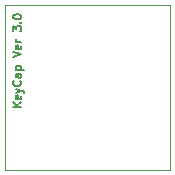
<source format=gto>
%TF.GenerationSoftware,KiCad,Pcbnew,8.0.5*%
%TF.CreationDate,2024-09-21T17:11:46+02:00*%
%TF.ProjectId,keycap,6b657963-6170-42e6-9b69-6361645f7063,rev?*%
%TF.SameCoordinates,Original*%
%TF.FileFunction,Legend,Top*%
%TF.FilePolarity,Positive*%
%FSLAX46Y46*%
G04 Gerber Fmt 4.6, Leading zero omitted, Abs format (unit mm)*
G04 Created by KiCad (PCBNEW 8.0.5) date 2024-09-21 17:11:46*
%MOMM*%
%LPD*%
G01*
G04 APERTURE LIST*
%ADD10C,0.140000*%
%ADD11C,0.120000*%
%ADD12C,4.000000*%
%ADD13C,2.200000*%
G04 APERTURE END LIST*
D10*
X115516553Y-114916665D02*
X114816553Y-114916665D01*
X115516553Y-114516665D02*
X115116553Y-114816665D01*
X114816553Y-114516665D02*
X115216553Y-114916665D01*
X115483220Y-113949998D02*
X115516553Y-114016665D01*
X115516553Y-114016665D02*
X115516553Y-114149998D01*
X115516553Y-114149998D02*
X115483220Y-114216665D01*
X115483220Y-114216665D02*
X115416553Y-114249998D01*
X115416553Y-114249998D02*
X115149886Y-114249998D01*
X115149886Y-114249998D02*
X115083220Y-114216665D01*
X115083220Y-114216665D02*
X115049886Y-114149998D01*
X115049886Y-114149998D02*
X115049886Y-114016665D01*
X115049886Y-114016665D02*
X115083220Y-113949998D01*
X115083220Y-113949998D02*
X115149886Y-113916665D01*
X115149886Y-113916665D02*
X115216553Y-113916665D01*
X115216553Y-113916665D02*
X115283220Y-114249998D01*
X115049886Y-113683332D02*
X115516553Y-113516665D01*
X115049886Y-113349998D02*
X115516553Y-113516665D01*
X115516553Y-113516665D02*
X115683220Y-113583332D01*
X115683220Y-113583332D02*
X115716553Y-113616665D01*
X115716553Y-113616665D02*
X115749886Y-113683332D01*
X115449886Y-112683332D02*
X115483220Y-112716665D01*
X115483220Y-112716665D02*
X115516553Y-112816665D01*
X115516553Y-112816665D02*
X115516553Y-112883332D01*
X115516553Y-112883332D02*
X115483220Y-112983332D01*
X115483220Y-112983332D02*
X115416553Y-113049999D01*
X115416553Y-113049999D02*
X115349886Y-113083332D01*
X115349886Y-113083332D02*
X115216553Y-113116665D01*
X115216553Y-113116665D02*
X115116553Y-113116665D01*
X115116553Y-113116665D02*
X114983220Y-113083332D01*
X114983220Y-113083332D02*
X114916553Y-113049999D01*
X114916553Y-113049999D02*
X114849886Y-112983332D01*
X114849886Y-112983332D02*
X114816553Y-112883332D01*
X114816553Y-112883332D02*
X114816553Y-112816665D01*
X114816553Y-112816665D02*
X114849886Y-112716665D01*
X114849886Y-112716665D02*
X114883220Y-112683332D01*
X115516553Y-112083332D02*
X115149886Y-112083332D01*
X115149886Y-112083332D02*
X115083220Y-112116665D01*
X115083220Y-112116665D02*
X115049886Y-112183332D01*
X115049886Y-112183332D02*
X115049886Y-112316665D01*
X115049886Y-112316665D02*
X115083220Y-112383332D01*
X115483220Y-112083332D02*
X115516553Y-112149999D01*
X115516553Y-112149999D02*
X115516553Y-112316665D01*
X115516553Y-112316665D02*
X115483220Y-112383332D01*
X115483220Y-112383332D02*
X115416553Y-112416665D01*
X115416553Y-112416665D02*
X115349886Y-112416665D01*
X115349886Y-112416665D02*
X115283220Y-112383332D01*
X115283220Y-112383332D02*
X115249886Y-112316665D01*
X115249886Y-112316665D02*
X115249886Y-112149999D01*
X115249886Y-112149999D02*
X115216553Y-112083332D01*
X115049886Y-111749999D02*
X115749886Y-111749999D01*
X115083220Y-111749999D02*
X115049886Y-111683332D01*
X115049886Y-111683332D02*
X115049886Y-111549999D01*
X115049886Y-111549999D02*
X115083220Y-111483332D01*
X115083220Y-111483332D02*
X115116553Y-111449999D01*
X115116553Y-111449999D02*
X115183220Y-111416666D01*
X115183220Y-111416666D02*
X115383220Y-111416666D01*
X115383220Y-111416666D02*
X115449886Y-111449999D01*
X115449886Y-111449999D02*
X115483220Y-111483332D01*
X115483220Y-111483332D02*
X115516553Y-111549999D01*
X115516553Y-111549999D02*
X115516553Y-111683332D01*
X115516553Y-111683332D02*
X115483220Y-111749999D01*
X114816553Y-110683333D02*
X115516553Y-110450000D01*
X115516553Y-110450000D02*
X114816553Y-110216666D01*
X115483220Y-109716666D02*
X115516553Y-109783333D01*
X115516553Y-109783333D02*
X115516553Y-109916666D01*
X115516553Y-109916666D02*
X115483220Y-109983333D01*
X115483220Y-109983333D02*
X115416553Y-110016666D01*
X115416553Y-110016666D02*
X115149886Y-110016666D01*
X115149886Y-110016666D02*
X115083220Y-109983333D01*
X115083220Y-109983333D02*
X115049886Y-109916666D01*
X115049886Y-109916666D02*
X115049886Y-109783333D01*
X115049886Y-109783333D02*
X115083220Y-109716666D01*
X115083220Y-109716666D02*
X115149886Y-109683333D01*
X115149886Y-109683333D02*
X115216553Y-109683333D01*
X115216553Y-109683333D02*
X115283220Y-110016666D01*
X115516553Y-109383333D02*
X115049886Y-109383333D01*
X115183220Y-109383333D02*
X115116553Y-109350000D01*
X115116553Y-109350000D02*
X115083220Y-109316666D01*
X115083220Y-109316666D02*
X115049886Y-109250000D01*
X115049886Y-109250000D02*
X115049886Y-109183333D01*
X114816553Y-108483334D02*
X114816553Y-108050000D01*
X114816553Y-108050000D02*
X115083220Y-108283334D01*
X115083220Y-108283334D02*
X115083220Y-108183334D01*
X115083220Y-108183334D02*
X115116553Y-108116667D01*
X115116553Y-108116667D02*
X115149886Y-108083334D01*
X115149886Y-108083334D02*
X115216553Y-108050000D01*
X115216553Y-108050000D02*
X115383220Y-108050000D01*
X115383220Y-108050000D02*
X115449886Y-108083334D01*
X115449886Y-108083334D02*
X115483220Y-108116667D01*
X115483220Y-108116667D02*
X115516553Y-108183334D01*
X115516553Y-108183334D02*
X115516553Y-108383334D01*
X115516553Y-108383334D02*
X115483220Y-108450000D01*
X115483220Y-108450000D02*
X115449886Y-108483334D01*
X115449886Y-107750000D02*
X115483220Y-107716667D01*
X115483220Y-107716667D02*
X115516553Y-107750000D01*
X115516553Y-107750000D02*
X115483220Y-107783333D01*
X115483220Y-107783333D02*
X115449886Y-107750000D01*
X115449886Y-107750000D02*
X115516553Y-107750000D01*
X114816553Y-107283334D02*
X114816553Y-107216667D01*
X114816553Y-107216667D02*
X114849886Y-107150000D01*
X114849886Y-107150000D02*
X114883220Y-107116667D01*
X114883220Y-107116667D02*
X114949886Y-107083334D01*
X114949886Y-107083334D02*
X115083220Y-107050000D01*
X115083220Y-107050000D02*
X115249886Y-107050000D01*
X115249886Y-107050000D02*
X115383220Y-107083334D01*
X115383220Y-107083334D02*
X115449886Y-107116667D01*
X115449886Y-107116667D02*
X115483220Y-107150000D01*
X115483220Y-107150000D02*
X115516553Y-107216667D01*
X115516553Y-107216667D02*
X115516553Y-107283334D01*
X115516553Y-107283334D02*
X115483220Y-107350000D01*
X115483220Y-107350000D02*
X115449886Y-107383334D01*
X115449886Y-107383334D02*
X115383220Y-107416667D01*
X115383220Y-107416667D02*
X115249886Y-107450000D01*
X115249886Y-107450000D02*
X115083220Y-107450000D01*
X115083220Y-107450000D02*
X114949886Y-107416667D01*
X114949886Y-107416667D02*
X114883220Y-107383334D01*
X114883220Y-107383334D02*
X114849886Y-107350000D01*
X114849886Y-107350000D02*
X114816553Y-107283334D01*
D11*
X114134900Y-106273600D02*
X128104900Y-106273600D01*
X114134900Y-120243600D02*
X114134900Y-106273600D01*
X128104900Y-106273600D02*
X128104900Y-120243600D01*
X128104900Y-120243600D02*
X114134900Y-120243600D01*
%LPC*%
D12*
X121119900Y-113258600D03*
D13*
X118579900Y-118338600D03*
X124929900Y-115798600D03*
%LPD*%
M02*

</source>
